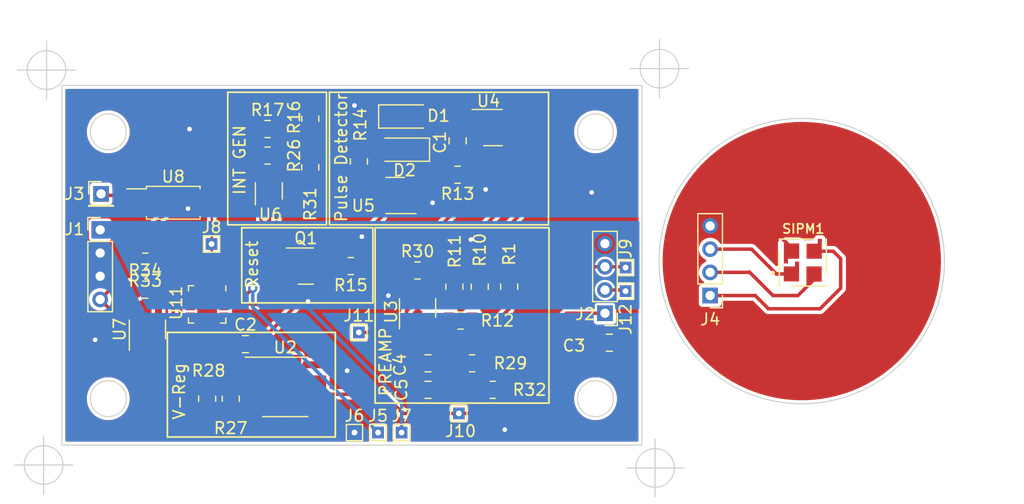
<source format=kicad_pcb>
(kicad_pcb (version 20211014) (generator pcbnew)
  (layers (0 "F.Cu" signal) (31 "B.Cu" signal) (34 "B.Paste" user) (35 "F.Paste" user) (36 "B.SilkS" user "B.Silkscreen") (37 "F.SilkS" user "F.Silkscreen") (38 "B.Mask" user) (39 "F.Mask" user) (44 "Edge.Cuts" user))
  (net 0 "")
  (net 1 "+5V")
  (net 2 "GND")
  (net 3 "Net-(D1-Pad1)")
  (net 4 "Net-(D1-Pad2)")
  (net 5 "Net-(D2-Pad1)")
  (net 6 "Reset")
  (net 7 "Net-(Q1-Pad3)")
  (net 8 "SIPM")
  (net 9 "Net-(R12-Pad2)")
  (net 10 "Net-(C1-Pad2)")
  (net 11 "Signal")
  (net 12 "CLK Rocket")
  (net 13 "INT")
  (net 14 "Net-(C5-Pad1)")
  (net 15 "GND1")
  (net 16 "Net-(R16-Pad2)")
  (net 17 "Net-(R11-Pad2)")
  (net 18 "Net-(R10-Pad2)")
  (net 19 "Net-(R17-Pad1)")
  (net 31 "Net-(R27-Pad1)")
  (net 33 "Net-(J5-Pad1)")
  (net 34 "OutSignal")
  (net 37 "Net-(C3-Pad2)")
  (net 38 "Net-(J4-Pad1)")
  (net 39 "Net-(J8-Pad1)")
  (net 40 "Net-(J11-Pad1)")
  (net 41 "Net-(C4-Pad1)")
  (net 42 "Net-(R33-Pad1)")
  (net 43 "Net-(U11-Pad7)")
  (net 45 "Net-(J4-Pad2)")
  (net 46 "Net-(J4-Pad3)")
  (net 47 "Net-(J2-Pad2)")
  (footprint "Resistor_SMD:R_0805_2012Metric_Pad1.20x1.40mm_HandSolder" (layer "F.Cu") (at 121.412 107.061 -90)
    (fp_text reference "R31" (at 3.175 0 -90) (layer "F.SilkS"))
    (fp_text value "?")
    (pad "1" smd roundrect (at -1 0 270) (size 1.2 1.4) (layers "F.Cu" "F.Paste" "F.Mask") (roundrect_rratio 0.2083333333) (net 16 "Net-(R16-Pad2)"))
    (pad "2" smd roundrect (at 1 0 270) (size 1.2 1.4) (layers "F.Cu" "F.Paste" "F.Mask") (roundrect_rratio 0.2083333333) (net 19 "Net-(R17-Pad1)"))
  )
  (footprint "Connector_PinHeader_2.00mm:PinHeader_1x04_P2.00mm_Vertical" (layer "F.Cu") (at 146.812 119.634 180)
    (fp_text reference "J2" (at 1.702 -0.076) (layer "F.SilkS"))
    (fp_text value "Conn_01x04")
    (pad "1" thru_hole rect (at 0 0 180) (size 1.35 1.35) (drill 0.8) (layers *.Cu *.Mask) (net 41 "Net-(C4-Pad1)"))
    (pad "2" thru_hole oval (at 0 2 180) (size 1.35 1.35) (drill 0.8) (layers *.Cu *.Mask) (net 47 "Net-(J2-Pad2)"))
    (pad "3" thru_hole oval (at 0 4 180) (size 1.35 1.35) (drill 0.8) (layers *.Cu *.Mask) (net 8 "SIPM"))
    (pad "4" thru_hole oval (at 0 6 180) (size 1.35 1.35) (drill 0.8) (layers *.Cu *.Mask) (net 2 "GND"))
  )
  (footprint "Resistor_SMD:R_0805_2012Metric_Pad1.20x1.40mm_HandSolder" (layer "F.Cu") (at 134.366 120.269 180)
    (fp_text reference "R12" (at -3.175 0 180) (layer "F.SilkS"))
    (fp_text value "49.9")
    (pad "1" smd roundrect (at -1 0 180) (size 1.2 1.4) (layers "F.Cu" "F.Paste" "F.Mask") (roundrect_rratio 0.2083333333) (net 8 "SIPM"))
    (pad "2" smd roundrect (at 1 0 180) (size 1.2 1.4) (layers "F.Cu" "F.Paste" "F.Mask") (roundrect_rratio 0.2083333333) (net 9 "Net-(R12-Pad2)"))
  )
  (footprint "Resistor_SMD:R_0805_2012Metric_Pad1.20x1.40mm_HandSolder" (layer "F.Cu") (at 117.729 103.759 180)
    (fp_text reference "R17" (at 0 1.651) (layer "F.SilkS"))
    (fp_text value "107K")
    (pad "1" smd roundrect (at -1 0 180) (size 1.2 1.4) (layers "F.Cu" "F.Paste" "F.Mask") (roundrect_rratio 0.2083333333) (net 19 "Net-(R17-Pad1)"))
    (pad "2" smd roundrect (at 1 0 180) (size 1.2 1.4) (layers "F.Cu" "F.Paste" "F.Mask") (roundrect_rratio 0.2083333333) (net 1 "+5V"))
  )
  (footprint "Capacitor_SMD:C_0805_2012Metric_Pad1.18x1.45mm_HandSolder" (layer "F.Cu") (at 131.5505 123.952 180)
    (fp_text reference "C4" (at 2.413 -0.127 270) (layer "F.SilkS"))
    (fp_text value "10n")
    (pad "1" smd roundrect (at -1.0375 0 180) (size 1.175 1.45) (layers "F.Cu" "F.Paste" "F.Mask") (roundrect_rratio 0.2127659574) (net 41 "Net-(C4-Pad1)"))
    (pad "2" smd roundrect (at 1.0375 0 180) (size 1.175 1.45) (layers "F.Cu" "F.Paste" "F.Mask") (roundrect_rratio 0.2127659574) (net 2 "GND"))
  )
  (footprint "Resistor_SMD:R_0805_2012Metric_Pad1.20x1.40mm_HandSolder" (layer "F.Cu") (at 134.112 107.696)
    (fp_text reference "R13" (at 0 1.651) (layer "F.SilkS"))
    (fp_text value "49.9")
    (pad "1" smd roundrect (at -1 0) (size 1.2 1.4) (layers "F.Cu" "F.Paste" "F.Mask") (roundrect_rratio 0.2083333333) (net 5 "Net-(D2-Pad1)"))
    (pad "2" smd roundrect (at 1 0) (size 1.2 1.4) (layers "F.Cu" "F.Paste" "F.Mask") (roundrect_rratio 0.2083333333) (net 10 "Net-(C1-Pad2)"))
  )
  (footprint "TestPoint:TestPoint_THTPad_1.0x1.0mm_Drill0.5mm" (layer "F.Cu") (at 125.603 121.285)
    (fp_text reference "J11" (at 0 -1.448) (layer "F.SilkS"))
    (fp_text value "Test Pad")
    (pad "1" thru_hole rect (at 0 0) (size 1 1) (drill 0.5) (layers *.Cu *.Mask) (net 40 "Net-(J11-Pad1)"))
  )
  (footprint "Resistor_SMD:R_0805_2012Metric_Pad1.20x1.40mm_HandSolder" (layer "F.Cu") (at 137.1385 126.238)
    (fp_text reference "R32" (at 3.175 0) (layer "F.SilkS"))
    (fp_text value "49.9")
    (pad "1" smd roundrect (at -1 0) (size 1.2 1.4) (layers "F.Cu" "F.Paste" "F.Mask") (roundrect_rratio 0.2083333333) (net 14 "Net-(C5-Pad1)"))
    (pad "2" smd roundrect (at 1 0) (size 1.2 1.4) (layers "F.Cu" "F.Paste" "F.Mask") (roundrect_rratio 0.2083333333) (net 37 "Net-(C3-Pad2)"))
  )
  (footprint "Package_SO:SOP-4_4.4x2.6mm_P1.27mm" (layer "F.Cu") (at 109.601 110.109)
    (fp_text reference "U8" (at 0 -2.25) (layer "F.SilkS"))
    (fp_text value "FODM217A")
    (pad "1" smd roundrect (at -3.1875 -0.635) (size 1.625 0.6) (layers "F.Cu" "F.Paste" "F.Mask") (net 12 "CLK Rocket"))
    (pad "2" smd roundrect (at -3.1875 0.635) (size 1.625 0.6) (layers "F.Cu" "F.Paste" "F.Mask") (net 2 "GND"))
    (pad "3" smd roundrect (at 3.1875 0.635) (size 1.625 0.6) (layers "F.Cu" "F.Paste" "F.Mask") (net 39 "Net-(J8-Pad1)"))
    (pad "4" smd roundrect (at 3.1875 -0.635) (size 1.625 0.6) (layers "F.Cu" "F.Paste" "F.Mask") (net 1 "+5V"))
  )
  (footprint "Connector_PinHeader_2.00mm:PinHeader_1x04_P2.00mm_Vertical" (layer "F.Cu") (at 155.88 118.11 180)
    (fp_text reference "J4" (at 0 -2.06) (layer "F.SilkS"))
    (fp_text value "Conn_01x04")
    (pad "1" thru_hole rect (at 0 0 180) (size 1.35 1.35) (drill 0.8) (layers *.Cu *.Mask) (net 38 "Net-(J4-Pad1)"))
    (pad "2" thru_hole oval (at 0 2 180) (size 1.35 1.35) (drill 0.8) (layers *.Cu *.Mask) (net 45 "Net-(J4-Pad2)"))
    (pad "3" thru_hole oval (at 0 4 180) (size 1.35 1.35) (drill 0.8) (layers *.Cu *.Mask) (net 46 "Net-(J4-Pad3)"))
    (pad "4" thru_hole oval (at 0 6 180) (size 1.35 1.35) (drill 0.8) (layers *.Cu *.Mask) (net 15 "GND1"))
  )
  (footprint "Resistor_SMD:R_0805_2012Metric_Pad1.20x1.40mm_HandSolder" (layer "F.Cu") (at 130.6595 115.951)
    (fp_text reference "R30" (at 0 -1.65) (layer "F.SilkS"))
    (fp_text value "?")
    (pad "1" smd roundrect (at -1 0) (size 1.2 1.4) (layers "F.Cu" "F.Paste" "F.Mask") (roundrect_rratio 0.2083333333) (net 40 "Net-(J11-Pad1)"))
    (pad "2" smd roundrect (at 1 0) (size 1.2 1.4) (layers "F.Cu" "F.Paste" "F.Mask") (roundrect_rratio 0.2083333333) (net 17 "Net-(R11-Pad2)"))
  )
  (footprint "Resistor_SMD:R_0805_2012Metric_Pad1.20x1.40mm_HandSolder" (layer "F.Cu") (at 107.188 115.189 180)
    (fp_text reference "R33" (at 0 -1.65) (layer "F.SilkS"))
    (fp_text value "1000")
    (pad "1" smd roundrect (at -1 0 180) (size 1.2 1.4) (layers "F.Cu" "F.Paste" "F.Mask") (roundrect_rratio 0.2083333333) (net 42 "Net-(R33-Pad1)"))
    (pad "2" smd roundrect (at 1 0 180) (size 1.2 1.4) (layers "F.Cu" "F.Paste" "F.Mask") (roundrect_rratio 0.2083333333) (net 2 "GND"))
  )
  (footprint "Capacitor_SMD:C_0805_2012Metric_Pad1.18x1.45mm_HandSolder" (layer "F.Cu") (at 147.193 122.174 180)
    (fp_text reference "C3" (at 3.048 -0.254 180) (layer "F.SilkS"))
    (fp_text value "C")
    (pad "1" smd roundrect (at -1.0375 0 180) (size 1.175 1.45) (layers "F.Cu" "F.Paste" "F.Mask") (roundrect_rratio 0.2127659574) (net 2 "GND"))
    (pad "2" smd roundrect (at 1.0375 0 180) (size 1.175 1.45) (layers "F.Cu" "F.Paste" "F.Mask") (roundrect_rratio 0.2127659574) (net 37 "Net-(C3-Pad2)"))
  )
  (footprint "Diode_SMD:D_SOD-123F" (layer "F.Cu") (at 129.493249 105.536624 180)
    (fp_text reference "D2" (at -0.046751 -1.778376) (layer "F.SilkS"))
    (fp_text value "PMEG6010CEH")
    (pad "1" smd rect (at -1.4 0 180) (size 1.1 1.1) (layers "F.Cu" "F.Paste" "F.Mask") (net 5 "Net-(D2-Pad1)"))
    (pad "2" smd rect (at 1.4 0 180) (size 1.1 1.1) (layers "F.Cu" "F.Paste" "F.Mask") (net 3 "Net-(D1-Pad1)"))
  )
  (footprint "Package_TO_SOT_SMD:SOT-23" (layer "F.Cu") (at 121.031 115.57)
    (fp_text reference "Q1" (at 0 -2.4) (layer "F.SilkS"))
    (fp_text value "2N7002")
    (pad "1" smd roundrect (at -0.9375 -0.95) (size 1.475 0.6) (layers "F.Cu" "F.Paste" "F.Mask") (net 6 "Reset"))
    (pad "2" smd roundrect (at -0.9375 0.95) (size 1.475 0.6) (layers "F.Cu" "F.Paste" "F.Mask") (net 2 "GND"))
    (pad "3" smd roundrect (at 0.9375 0) (size 1.475 0.6) (layers "F.Cu" "F.Paste" "F.Mask") (net 7 "Net-(Q1-Pad3)"))
  )
  (footprint "Resistor_SMD:R_0805_2012Metric_Pad1.20x1.40mm_HandSolder" (layer "F.Cu") (at 117.729 106.045 180)
    (fp_text reference "R26" (at -2.286 0 270) (layer "F.SilkS"))
    (fp_text value "107K")
    (pad "1" smd roundrect (at -1 0 180) (size 1.2 1.4) (layers "F.Cu" "F.Paste" "F.Mask") (roundrect_rratio 0.2083333333) (net 19 "Net-(R17-Pad1)"))
    (pad "2" smd roundrect (at 1 0 180) (size 1.2 1.4) (layers "F.Cu" "F.Paste" "F.Mask") (roundrect_rratio 0.2083333333) (net 1 "+5V"))
  )
  (footprint "Package_TO_SOT_SMD:SOT-353_SC-70-5" (layer "F.Cu") (at 117.841 109.093 90)
    (fp_text reference "U6" (at -2.032 0.142 180) (layer "F.SilkS"))
    (fp_text value "LMV7219M7")
    (pad "1" smd rect (at -0.95 -0.65 90) (size 0.65 0.4) (layers "F.Cu" "F.Paste" "F.Mask") (net 13 "INT"))
    (pad "2" smd rect (at -0.95 0 90) (size 0.65 0.4) (layers "F.Cu" "F.Paste" "F.Mask") (net 2 "GND"))
    (pad "3" smd rect (at -0.95 0.65 90) (size 0.65 0.4) (layers "F.Cu" "F.Paste" "F.Mask") (net 11 "Signal"))
    (pad "4" smd rect (at 0.95 0.65 90) (size 0.65 0.4) (layers "F.Cu" "F.Paste" "F.Mask") (net 19 "Net-(R17-Pad1)"))
    (pad "5" smd rect (at 0.95 -0.65 90) (size 0.65 0.4) (layers "F.Cu" "F.Paste" "F.Mask") (net 1 "+5V"))
  )
  (footprint "Package_DFN_QFN:VQFN-20-1EP_3x3mm_P0.4mm_EP1.7x1.7mm" (layer "F.Cu") (at 112.522 118.872 -90)
    (fp_text reference "U11" (at -0.127 2.667 90) (layer "F.SilkS"))
    (fp_text value "ATtiny1616-M")
    (pad "1" smd custom (at -1.45 -0.8 270) (size 0.143431 0.143431) (layers "F.Cu" "F.Paste" "F.Mask") (net 13 "INT") (options (clearance outline) (anchor circle)) (primitives (gr_poly (pts (xy 0.35 0.000711) (xy 0.35 0.05) (xy -0.35 0.05) (xy -0.35 -0.05) (xy 0.299289 -0.05)) (width 0.1) (fill yes))))
    (pad "2" smd roundrect (at -1.45 -0.4 270) (size 0.8 0.2) (layers "F.Cu" "F.Paste" "F.Mask") (net 39 "Net-(J8-Pad1)"))
    (pad "3" smd roundrect (at -1.45 0 270) (size 0.8 0.2) (layers "F.Cu" "F.Paste" "F.Mask") (net 2 "GND"))
    (pad "4" smd roundrect (at -1.45 0.4 270) (size 0.8 0.2) (layers "F.Cu" "F.Paste" "F.Mask") (net 1 "+5V"))
    (pad "5" smd custom (at -1.45 0.8 270) (size 0.143431 0.143431) (layers "F.Cu" "F.Paste" "F.Mask") (options (clearance outline) (anchor circle)) (primitives (gr_poly (pts (xy 0.35 -0.000711) (xy 0.299289 0.05) (xy -0.35 0.05) (xy -0.35 -0.05) (xy 0.35 -0.05)) (width 0.1) (fill yes))))
    (pad "6" smd custom (at -0.8 1.45 270) (size 0.143431 0.143431) (layers "F.Cu" "F.Paste" "F.Mask") (options (clearance outline) (anchor circle)) (primitives (gr_poly (pts (xy 0.05 0.35) (xy -0.05 0.35) (xy -0.05 -0.299289) (xy 0.000711 -0.35) (xy 0.05 -0.35)) (width 0.1) (fill yes))))
    (pad "7" smd roundrect (at -0.4 1.45 270) (size 0.2 0.8) (layers "F.Cu" "F.Paste" "F.Mask") (net 43 "Net-(U11-Pad7)"))
    (pad "8" smd roundrect (at 0 1.45 270) (size 0.2 0.8) (layers "F.Cu" "F.Paste" "F.Mask"))
    (pad "9" smd roundrect (at 0.4 1.45 270) (size 0.2 0.8) (layers "F.Cu" "F.Paste" "F.Mask"))
    (pad "10" smd custom (at 0.8 1.45 270) (size 0.143431 0.143431) (layers "F.Cu" "F.Paste" "F.Mask") (options (clearance outline) (anchor circle)) (primitives (gr_poly (pts (xy 0.05 -0.299289) (xy 0.05 0.35) (xy -0.05 0.35) (xy -0.05 -0.35) (xy -0.000711 -0.35)) (width 0.1) (fill yes))))
    (pad "11" smd custom (at 1.45 0.8 270) (size 0.143431 0.143431) (layers "F.Cu" "F.Paste" "F.Mask") (options (clearance outline) (anchor circle)) (primitives (gr_poly (pts (xy 0.35 0.05) (xy -0.299289 0.05) (xy -0.35 -0.000711) (xy -0.35 -0.05) (xy 0.35 -0.05)) (width 0.1) (fill yes))))
    (pad "12" smd roundrect (at 1.45 0.4 270) (size 0.8 0.2) (layers "F.Cu" "F.Paste" "F.Mask"))
    (pad "13" smd roundrect (at 1.45 0 270) (size 0.8 0.2) (layers "F.Cu" "F.Paste" "F.Mask"))
    (pad "14" smd roundrect (at 1.45 -0.4 270) (size 0.8 0.2) (layers "F.Cu" "F.Paste" "F.Mask"))
    (pad "15" smd custom (at 1.45 -0.8 270) (size 0.143431 0.143431) (layers "F.Cu" "F.Paste" "F.Mask") (options (clearance outline) (anchor circle)) (primitives (gr_poly (pts (xy 0.35 0.05) (xy -0.35 0.05) (xy -0.35 0.000711) (xy -0.299289 -0.05) (xy 0.35 -0.05)) (width 0.1) (fill yes))))
    (pad "16" smd custom (at 0.8 -1.45 270) (size 0.143431 0.143431) (layers "F.Cu" "F.Paste" "F.Mask") (options (clearance outline) (anchor circle)) (primitives (gr_poly (pts (xy 0.05 0.299289) (xy -0.000711 0.35) (xy -0.05 0.35) (xy -0.05 -0.35) (xy 0.05 -0.35)) (width 0.1) (fill yes))))
    (pad "17" smd roundrect (at 0.4 -1.45 270) (size 0.2 0.8) (layers "F.Cu" "F.Paste" "F.Mask"))
    (pad "18" smd roundrect (at 0 -1.45 270) (size 0.2 0.8) (layers "F.Cu" "F.Paste" "F.Mask") (net 6 "Reset"))
    (pad "19" smd roundrect (at -0.4 -1.45 270) (size 0.2 0.8) (layers "F.Cu" "F.Paste" "F.Mask") (net 33 "Net-(J5-Pad1)"))
    (pad "20" smd custom (at -0.8 -1.45 270) (size 0.143431 0.143431) (layers "F.Cu" "F.Paste" "F.Mask") (net 11 "Signal") (options (clearance outline) (anchor circle)) (primitives (gr_poly (pts (xy 0.05 0.35) (xy 0.000711 0.35) (xy -0.05 0.299289) (xy -0.05 -0.35) (xy 0.05 -0.35)) (width 0.1) (fill yes))))
    (pad "21" smd rect (at 0 0 270) (size 1.7 1.7) (layers "F.Cu" "F.Mask") (net 2 "GND"))
  )
  (footprint "TestPoint:TestPoint_THTPad_1.0x1.0mm_Drill0.5mm" (layer "F.Cu") (at 112.903 113.665)
    (fp_text reference "J8" (at 0 -1.448) (layer "F.SilkS"))
    (fp_text value "Test Pad")
    (pad "1" thru_hole rect (at 0 0) (size 1 1) (drill 0.5) (layers *.Cu *.Mask) (net 39 "Net-(J8-Pad1)"))
  )
  (footprint "TestPoint:TestPoint_THTPad_1.0x1.0mm_Drill0.5mm" (layer "F.Cu") (at 134.2175 128.27)
    (fp_text reference "J10" (at 0.1485 1.524) (layer "F.SilkS"))
    (fp_text value "Test Pad")
    (pad "1" thru_hole rect (at 0 0) (size 1 1) (drill 0.5) (layers *.Cu *.Mask) (net 37 "Net-(C3-Pad2)"))
  )
  (footprint "Package_TO_SOT_SMD:SOT-23-5" (layer "F.Cu") (at 107.376 121.031 90)
    (fp_text reference "U7" (at 0 -2.4 90) (layer "F.SilkS"))
    (fp_text value "OPA356xxDBV")
    (pad "1" smd roundrect (at -1.1375 -0.95 90) (size 1.325 0.6) (layers "F.Cu" "F.Paste" "F.Mask") (net 34 "OutSignal"))
    (pad "2" smd roundrect (at -1.1375 0 90) (size 1.325 0.6) (layers "F.Cu" "F.Paste" "F.Mask") (net 2 "GND"))
    (pad "3" smd roundrect (at -1.1375 0.95 90) (size 1.325 0.6) (layers "F.Cu" "F.Paste" "F.Mask") (net 43 "Net-(U11-Pad7)"))
    (pad "4" smd roundrect (at 1.1375 0.95 90) (size 1.325 0.6) (layers "F.Cu" "F.Paste" "F.Mask") (net 42 "Net-(R33-Pad1)"))
    (pad "5" smd roundrect (at 1.1375 -0.95 90) (size 1.325 0.6) (layers "F.Cu" "F.Paste" "F.Mask"))
  )
  (footprint "Package_TO_SOT_SMD:SOT-23-6" (layer "F.Cu") (at 128.731249 109.487375 180)
    (fp_text reference "U5" (at 2.747249 -0.875625) (layer "F.SilkS"))
    (fp_text value "OPA357AIDVBR")
    (pad "1" smd roundrect (at -1.1375 -0.95 180) (size 1.325 0.6) (layers "F.Cu" "F.Paste" "F.Mask") (net 11 "Signal"))
    (pad "2" smd roundrect (at -1.1375 0 180) (size 1.325 0.6) (layers "F.Cu" "F.Paste" "F.Mask") (net 2 "GND"))
    (pad "3" smd roundrect (at -1.1375 0.95 180) (size 1.325 0.6) (layers "F.Cu" "F.Paste" "F.Mask") (net 10 "Net-(C1-Pad2)"))
    (pad "4" smd roundrect (at 1.1375 0.95 180) (size 1.325 0.6) (layers "F.Cu" "F.Paste" "F.Mask") (net 11 "Signal"))
    (pad "5" smd roundrect (at 1.1375 0 180) (size 1.325 0.6) (layers "F.Cu" "F.Paste" "F.Mask") (net 1 "+5V"))
    (pad "6" smd roundrect (at 1.1375 -0.95 180) (size 1.325 0.6) (layers "F.Cu" "F.Paste" "F.Mask") (net 1 "+5V"))
  )
  (footprint "Resistor_SMD:R_0805_2012Metric_Pad1.20x1.40mm_HandSolder" (layer "F.Cu") (at 133.8345 117.348 90)
    (fp_text reference "R11" (at 3.048 0.0235 270) (layer "F.SilkS"))
    (fp_text value "10")
    (pad "1" smd roundrect (at -1 0 90) (size 1.2 1.4) (layers "F.Cu" "F.Paste" "F.Mask") (roundrect_rratio 0.2083333333) (net 18 "Net-(R10-Pad2)"))
    (pad "2" smd roundrect (at 1 0 90) (size 1.2 1.4) (layers "F.Cu" "F.Paste" "F.Mask") (roundrect_rratio 0.2083333333) (net 17 "Net-(R11-Pad2)"))
  )
  (footprint "Resistor_SMD:R_0805_2012Metric_Pad1.20x1.40mm_HandSolder" (layer "F.Cu") (at 135.3605 123.952)
    (fp_text reference "R29" (at 3.302 0) (layer "F.SilkS"))
    (fp_text value "49.9")
    (pad "1" smd roundrect (at -1 0) (size 1.2 1.4) (layers "F.Cu" "F.Paste" "F.Mask") (roundrect_rratio 0.2083333333) (net 41 "Net-(C4-Pad1)"))
    (pad "2" smd roundrect (at 1 0) (size 1.2 1.4) (layers "F.Cu" "F.Paste" "F.Mask") (roundrect_rratio 0.2083333333) (net 14 "Net-(C5-Pad1)"))
  )
  (footprint "Resistor_SMD:R_0805_2012Metric_Pad1.20x1.40mm_HandSolder" (layer "F.Cu") (at 124.9045 115.57 180)
    (fp_text reference "R15" (at 0 -1.65 180) (layer "F.SilkS"))
    (fp_text value "1000")
    (pad "1" smd roundrect (at -1 0 180) (size 1.2 1.4) (layers "F.Cu" "F.Paste" "F.Mask") (roundrect_rratio 0.2083333333) (net 10 "Net-(C1-Pad2)"))
    (pad "2" smd roundrect (at 1 0 180) (size 1.2 1.4) (layers "F.Cu" "F.Paste" "F.Mask") (roundrect_rratio 0.2083333333) (net 7 "Net-(Q1-Pad3)"))
  )
  (footprint "Resistor_SMD:R_0805_2012Metric_Pad1.20x1.40mm_HandSolder" (layer "F.Cu") (at 125.603 106.553 -90)
    (fp_text reference "R14" (at -3.175 -0.127 90) (layer "F.SilkS"))
    (fp_text value "1000")
    (pad "1" smd roundrect (at -1 0 270) (size 1.2 1.4) (layers "F.Cu" "F.Paste" "F.Mask") (roundrect_rratio 0.2083333333) (net 3 "Net-(D1-Pad1)"))
    (pad "2" smd roundrect (at 1 0 270) (size 1.2 1.4) (layers "F.Cu" "F.Paste" "F.Mask") (roundrect_rratio 0.2083333333) (net 11 "Signal"))
  )
  (footprint "Resistor_SMD:R_0805_2012Metric_Pad1.20x1.40mm_HandSolder" (layer "F.Cu") (at 107.188 117.602)
    (fp_text reference "R34" (at 0 -1.65) (layer "F.SilkS"))
    (fp_text value "1000")
    (pad "1" smd roundrect (at -1 0) (size 1.2 1.4) (layers "F.Cu" "F.Paste" "F.Mask") (roundrect_rratio 0.2083333333) (net 34 "OutSignal"))
    (pad "2" smd roundrect (at 1 0) (size 1.2 1.4) (layers "F.Cu" "F.Paste" "F.Mask") (roundrect_rratio 0.2083333333) (net 42 "Net-(R33-Pad1)"))
  )
  (footprint "Capacitor_SMD:C_0805_2012Metric_Pad1.18x1.45mm_HandSolder" (layer "F.Cu") (at 131.5505 126.238 180)
    (fp_text reference "C5" (at 2.286 0 270) (layer "F.SilkS"))
    (fp_text value "10n")
    (pad "1" smd roundrect (at -1.0375 0 180) (size 1.175 1.45) (layers "F.Cu" "F.Paste" "F.Mask") (roundrect_rratio 0.2127659574) (net 14 "Net-(C5-Pad1)"))
    (pad "2" smd roundrect (at 1.0375 0 180) (size 1.175 1.45) (layers "F.Cu" "F.Paste" "F.Mask") (roundrect_rratio 0.2127659574) (net 2 "GND"))
  )
  (footprint "Diode_SMD:D_SOD-123F" (layer "F.Cu") (at 129.503749 102.676624)
    (fp_text reference "D1" (at 2.957251 -0.060624) (layer "F.SilkS"))
    (fp_text value "PMEG6010CEH")
    (pad "1" smd rect (at -1.4 0) (size 1.1 1.1) (layers "F.Cu" "F.Paste" "F.Mask") (net 3 "Net-(D1-Pad1)"))
    (pad "2" smd rect (at 1.4 0) (size 1.1 1.1) (layers "F.Cu" "F.Paste" "F.Mask") (net 4 "Net-(D1-Pad2)"))
  )
  (footprint "Connector_PinHeader_2.00mm:PinHeader_1x01_P2.00mm_Vertical" (layer "F.Cu") (at 103.378 109.347)
    (fp_text reference "J3" (at -2.286 0) (layer "F.SilkS"))
    (fp_text value "Conn_01x01")
    (pad "1" thru_hole rect (at 0 0) (size 1.35 1.35) (drill 0.8) (layers *.Cu *.Mask) (net 12 "CLK Rocket"))
  )
  (footprint "TestPoint:TestPoint_THTPad_1.0x1.0mm_Drill0.5mm" (layer "F.Cu") (at 127.254 129.921)
    (fp_text reference "J5" (at 0 -1.448) (layer "F.SilkS"))
    (fp_text value "Test Pad")
    (pad "1" thru_hole rect (at 0 0) (size 1 1) (drill 0.5) (layers *.Cu *.Mask) (net 33 "Net-(J5-Pad1)"))
  )
  (footprint "Resistor_SMD:R_0805_2012Metric_Pad1.20x1.40mm_HandSolder" (layer "F.Cu") (at 114.554 127 90)
    (fp_text reference "R27" (at -2.54 0 180) (layer "F.SilkS"))
    (fp_text value "?")
    (pad "1" smd roundrect (at -1 0 90) (size 1.2 1.4) (layers "F.Cu" "F.Paste" "F.Mask") (roundrect_rratio 0.2083333333) (net 31 "Net-(R27-Pad1)"))
    (pad "2" smd roundrect (at 1 0 90) (size 1.2 1.4) (layers "F.Cu" "F.Paste" "F.Mask") (roundrect_rratio 0.2083333333) (net 37 "Net-(C3-Pad2)"))
  )
  (footprint "Capacitor_SMD:C_0805_2012Metric_Pad1.18x1.45mm_HandSolder" (layer "F.Cu") (at 134.112 104.775 -90)
    (fp_text reference "C1" (at 0.127 1.524 90) (layer "F.SilkS"))
    (fp_text value "C")
    (pad "1" smd roundrect (at -1.0375 0 270) (size 1.175 1.45) (layers "F.Cu" "F.Paste" "F.Mask") (roundrect_rratio 0.2127659574) (net 2 "GND"))
    (pad "2" smd roundrect (at 1.0375 0 270) (size 1.175 1.45) (layers "F.Cu" "F.Paste" "F.Mask") (roundrect_rratio 0.2127659574) (net 10 "Net-(C1-Pad2)"))
  )
  (footprint "Connector_PinHeader_2.00mm:PinHeader_1x04_P2.00mm_Vertical" (layer "F.Cu") (at 103.302 112.446)
    (fp_text reference "J1" (at -2.21 -0.051) (layer "F.SilkS"))
    (fp_text value "Conn_01x04")
    (pad "1" thru_hole rect (at 0 0) (size 1.35 1.35) (drill 0.8) (layers *.Cu *.Mask) (net 1 "+5V"))
    (pad "2" thru_hole oval (at 0 2) (size 1.35 1.35) (drill 0.8) (layers *.Cu *.Mask) (net 2 "GND"))
    (pad "3" thru_hole oval (at 0 4) (size 1.35 1.35) (drill 0.8) (layers *.Cu *.Mask) (net 2 "GND"))
    (pad "4" thru_hole oval (at 0 6) (size 1.35 1.35) (drill 0.8) (layers *.Cu *.Mask) (net 34 "OutSignal"))
  )
  (footprint "MICROFC-30035-SMT-TR1:XDCR_MICROFC-30035-SMT-TR1" (layer "F.Cu") (at 163.866 115.268187)
    (fp_text reference "SIPM1" (at 0.04 -2.908) (layer "F.SilkS") (effects (font (size 0.8 0.8))))
    (fp_text value "MICROFC-30035-SMT-TR1")
    (pad "1" smd custom locked (at -0.98 0.98 180) (size 1.32 1.3) (layers "F.Cu") (net 46 "Net-(J4-Pad3)") (options (clearance outline) (anchor rect)) (primitives (gr_poly (pts (xy -0.66 -0.65) (xy 0.66 -0.65) (xy 0.66 0.65) (xy -0.31 0.65) (xy -0.31 1.07) (xy -0.66 1.07)) (width 0.0001) (fill yes))))
    (pad "2" smd custom locked (at 0.97 0.99 270) (size 1.32 1.3) (layers "F.Cu") (net 45 "Net-(J4-Pad2)") (options (clearance outline) (anchor rect)) (primitives (gr_poly (pts (xy -0.65 -0.66) (xy 0.65 -0.66) (xy 0.65 0.31) (xy 1.07 0.31) (xy 1.07 0.66) (xy -0.65 0.66)) (width 0.0001) (fill yes))))
    (pad "3" smd custom locked (at 0.98 -0.98) (size 1.32 1.3) (layers "F.Cu") (net 38 "Net-(J4-Pad1)") (options (clearance outline) (anchor rect)) (primitives (gr_poly (pts (xy 0.31 -1.07) (xy 0.66 -1.07) (xy 0.66 0.65) (xy -0.66 0.65) (xy -0.66 -0.65) (xy 0.31 -0.65)) (width 0.0001) (fill yes))))
    (pad "4" smd custom locked (at -0.97 -0.99 90) (size 1.32 1.3) (layers "F.Cu") (net 15 "GND1") (options (clearance outline) (anchor rect)) (primitives (gr_poly (pts (xy -1.07 -0.66) (xy 0.65 -0.66) (xy 0.65 0.66) (xy -0.65 0.66) (xy -0.65 -0.31) (xy -1.07 -0.31)) (width 0.0001) (fill yes))))
  )
  (footprint "TestPoint:TestPoint_THTPad_1.0x1.0mm_Drill0.5mm" (layer "F.Cu") (at 125.222 129.921)
    (fp_text reference "J6" (at 0 -1.448) (layer "F.SilkS"))
    (fp_text value "Test Pad")
    (pad "1" thru_hole rect (at 0 0) (size 1 1) (drill 0.5) (layers *.Cu *.Mask) (net 2 "GND"))
  )
  (footprint "Package_TO_SOT_SMD:SOT-23-5" (layer "F.Cu") (at 130.66025 119.177 90)
    (fp_text reference "U3" (at -0.33 -2.28675 90) (layer "F.SilkS"))
    (fp_text value "OPA356xxDBV")
    (pad "1" smd roundrect (at -1.1375 -0.95 90) (size 1.325 0.6) (layers "F.Cu" "F.Paste" "F.Mask") (net 40 "Net-(J11-Pad1)"))
    (pad "2" smd roundrect (at -1.1375 0 90) (size 1.325 0.6) (layers "F.Cu" "F.Paste" "F.Mask") (net 2 "GND"))
    (pad "3" smd roundrect (at -1.1375 0.95 90) (size 1.325 0.6) (layers "F.Cu" "F.Paste" "F.Mask") (net 9 "Net-(R12-Pad2)"))
    (pad "4" smd roundrect (at 1.1375 0.95 90) (size 1.325 0.6) (layers "F.Cu" "F.Paste" "F.Mask") (net 17 "Net-(R11-Pad2)"))
    (pad "5" smd roundrect (at 1.1375 -0.95 90) (size 1.325 0.6) (layers "F.Cu" "F.Paste" "F.Mask") (net 1 "+5V"))
  )
  (footprint "TestPoint:TestPoint_THTPad_1.0x1.0mm_Drill0.5mm" (layer "F.Cu") (at 148.59 115.697)
    (fp_text reference "J9" (at 0 -1.651 90) (layer "F.SilkS"))
    (fp_text value "Test Pad")
    (pad "1" thru_hole rect (at 0 0) (size 1 1) (drill 0.5) (layers *.Cu *.Mask) (net 8 "SIPM"))
  )
  (footprint "Package_TO_SOT_SMD:SOT-23-6" (layer "F.Cu") (at 137.16 103.632)
    (fp_text reference "U4" (at -0.381 -2.286) (layer "F.SilkS"))
    (fp_text value "OPA357AIDVBR")
    (pad "1" smd roundrect (at -1.1375 -0.95) (size 1.325 0.6) (layers "F.Cu" "F.Paste" "F.Mask") (net 4 "Net-(D1-Pad2)"))
    (pad "2" smd roundrect (at -1.1375 0) (size 1.325 0.6) (layers "F.Cu" "F.Paste" "F.Mask") (net 2 "GND"))
    (pad "3" smd roundrect (at -1.1375 0.95) (size 1.325 0.6) (layers "F.Cu" "F.Paste" "F.Mask") (net 40 "Net-(J11-Pad1)"))
    (pad "4" smd roundrect (at 1.1375 0.95) (size 1.325 0.6) (layers "F.Cu" "F.Paste" "F.Mask") (net 10 "Net-(C1-Pad2)"))
    (pad "5" smd roundrect (at 1.1375 0) (size 1.325 0.6) (layers "F.Cu" "F.Paste" "F.Mask") (net 1 "+5V"))
    (pad "6" smd roundrect (at 1.1375 -0.95) (size 1.325 0.6) (layers "F.Cu" "F.Paste" "F.Mask") (net 1 "+5V"))
  )
  (footprint "TestPoint:TestPoint_THTPad_1.0x1.0mm_Drill0.5mm" (layer "F.Cu") (at 129.286 129.921)
    (fp_text reference "J7" (at 0 -1.448) (layer "F.SilkS"))
    (fp_text value "Test Pad")
    (pad "1" thru_hole rect (at 0 0) (size 1 1) (drill 0.5) (layers *.Cu *.Mask) (net 1 "+5V"))
  )
  (footprint "Resistor_SMD:R_0805_2012Metric_Pad1.20x1.40mm_HandSolder" (layer "F.Cu") (at 138.557 117.348 90)
    (fp_text reference "R1" (at 2.794 0 90) (layer "F.SilkS"))
    (fp_text value "49.9")
    (pad "1" smd roundrect (at -1 0 90) (size 1.2 1.4) (layers "F.Cu" "F.Paste" "F.Mask") (roundrect_rratio 0.2083333333) (net 8 "SIPM"))
    (pad "2" smd roundrect (at 1 0 90) (size 1.2 1.4) (layers "F.Cu" "F.Paste" "F.Mask") (roundrect_rratio 0.2083333333) (net 2 "GND"))
  )
  (footprint "Package_SO:SOIC-8_3.9x4.9mm_P1.27mm" (layer "F.Cu") (at 119.253 125.984)
    (fp_text reference "U2" (at 0 -3.4) (layer "F.SilkS"))
    (fp_text value "LM317L_SO8")
    (pad "1" smd roundrect (at -2.475 -1.905) (size 1.95 0.6) (layers "F.Cu" "F.Paste" "F.Mask") (net 1 "+5V"))
    (pad "2" smd roundrect (at -2.475 -0.635) (size 1.95 0.6) (layers "F.Cu" "F.Paste" "F.Mask") (net 37 "Net-(C3-Pad2)"))
    (pad "3" smd roundrect (at -2.475 0.635) (size 1.95 0.6) (layers "F.Cu" "F.Paste" "F.Mask") (net 37 "Net-(C3-Pad2)"))
    (pad "4" smd roundrect (at -2.475 1.905) (size 1.95 0.6) (layers "F.Cu" "F.Paste" "F.Mask") (net 31 "Net-(R27-Pad1)"))
    (pad "5" smd roundrect (at 2.475 1.905) (size 1.95 0.6) (layers "F.Cu" "F.Paste" "F.Mask"))
    (pad "6" smd roundrect (at 2.475 0.635) (size 1.95 0.6) (layers "F.Cu" "F.Paste" "F.Mask") (net 37 "Net-(C3-Pad2)"))
    (pad "7" smd roundrect (at 2.475 -0.635) (size 1.95 0.6) (layers "F.Cu" "F.Paste" "F.Mask") (net 37 "Net-(C3-Pad2)"))
    (pad "8" smd roundrect (at 2.475 -1.905) (size 1.95 0.6) (layers "F.Cu" "F.Paste" "F.Mask"))
  )
  (footprint "TestPoint:TestPoint_THTPad_1.0x1.0mm_Drill0.5mm" (layer "F.Cu") (at 148.59 117.729)
    (fp_text reference "J12" (at 0 2.413 90) (layer "F.SilkS"))
    (fp_text value "Test Pad")
    (pad "1" thru_hole rect (at 0 0) (size 1 1) (drill 0.5) (layers *.Cu *.Mask) (net 47 "Net-(J2-Pad2)"))
  )
  (footprint "Resistor_SMD:R_0805_2012Metric_Pad1.20x1.40mm_HandSolder" (layer "F.Cu") (at 136.017 117.348 -90)
    (fp_text reference "R10" (at -3.175 0 -90) (layer "F.SilkS"))
    (fp_text value "10")
    (pad "1" smd roundrect (at -1 0 270) (size 1.2 1.4) (layers "F.Cu" "F.Paste" "F.Mask") (roundrect_rratio 0.2083333333) (net 2 "GND"))
    (pad "2" smd roundrect (at 1 0 270) (size 1.2 1.4) (layers "F.Cu" "F.Paste" "F.Mask") (roundrect_rratio 0.2083333333) (net 18 "Net-(R10-Pad2)"))
  )
  (footprint "Capacitor_SMD:C_0805_2012Metric_Pad1.18x1.45mm_HandSolder" (layer "F.Cu") (at 115.824 122.301)
    (fp_text reference "C2" (at 0 -1.68) (layer "F.SilkS"))
    (fp_text value "C")
    (pad "1" smd roundrect (at -1.0375 0) (size 1.175 1.45) (layers "F.Cu" "F.Paste" "F.Mask") (roundrect_rratio 0.2127659574) (net 2 "GND"))
    (pad "2" smd roundrect (at 1.0375 0) (size 1.175 1.45) (layers "F.Cu" "F.Paste" "F.Mask") (roundrect_rratio 0.2127659574) (net 1 "+5V"))
  )
  (footprint "Resistor_SMD:R_0805_2012Metric_Pad1.20x1.40mm_HandSolder" (layer "F.Cu") (at 121.412 102.87 -90)
    (fp_text reference "R16" (at -0.127 1.397 -90) (layer "F.SilkS"))
    (fp_text value "1000")
    (pad "1" smd roundrect (at -1 0 270) (size 1.2 1.4) (layers "F.Cu" "F.Paste" "F.Mask") (roundrect_rratio 0.2083333333) (net 2 "GND"))
    (pad "2" smd roundrect (at 1 0 270) (size 1.2 1.4) (layers "F.Cu" "F.Paste" "F.Mask") (roundrect_rratio 0.2083333333) (net 16 "Net-(R16-Pad2)"))
  )
  (footprint "Resistor_SMD:R_0805_2012Metric_Pad1.20x1.40mm_HandSolder" (layer "F.Cu") (at 112.522 127 -90)
    (fp_text reference "R28" (at -2.413 -0.127) (layer "F.SilkS"))
    (fp_text value "?")
    (pad "1" smd roundrect (at -1 0 270) (size 1.2 1.4) (layers "F.Cu" "F.Paste" "F.Mask") (roundrect_rratio 0.2083333333) (net 2 "GND"))
    (pad "2" smd roundrect (at 1 0 270) (size 1.2 1.4) (layers "F.Cu" "F.Paste" "F.Mask") (roundrect_rratio 0.2083333333) (net 31 "Net-(R27-Pad1)"))
  )
  (gr_poly (pts (xy 120.523 125.095) (xy 122.682 125.095) (xy 122.682 126.873) (xy 120.523 126.873) (xy 120.523 128.651) (xy 117.983 128.651) (xy 117.983 126.873) (xy 115.824 126.873) (xy 115.824 125.095) (xy 117.983 125.095) (xy 117.983 123.317) (xy 120.523 123.317)) (layer "F.Cu") (width 0.2) (fill solid))
  (gr_rect (start 123.063 100.584) (end 141.948 112.014) (layer "F.SilkS") (width 0.15) (fill none))
  (gr_rect (start 115.5065 112.268) (end 126.8095 118.745) (layer "F.SilkS") (width 0.15) (fill none))
  (gr_rect (start 109.093 121.285) (end 123.571 130.302) (layer "F.SilkS") (width 0.15) (fill none))
  (gr_rect (start 122.809 112.014) (end 114.3 100.584) (layer "F.SilkS") (width 0.15) (fill none))
  (gr_rect (start 127 112.268) (end 141.986 127.381) (layer "F.SilkS") (width 0.15) (fill none))
  (gr_circle locked (center 104 104) (end 105.55 104) (layer "Edge.Cuts") (width 0.1) (fill none))
  (gr_circle (center 163.778187 115.139364) (end 173.430187 122.759364) (layer "Edge.Cuts") (width 0.1) (fill none))
  (gr_circle locked (center 146 127) (end 147.55 127) (layer "Edge.Cuts") (width 0.1) (fill none))
  (gr_rect locked (start 100 100) (end 150 131) (layer "Edge.Cuts") (width 0.1) (fill none))
  (gr_circle locked (center 146 104) (end 147.55 104) (layer "Edge.Cuts") (width 0.1) (fill none))
  (gr_circle locked (center 104 127) (end 105.55 127) (layer "Edge.Cuts") (width 0.1) (fill none))
  (gr_text "INT GEN" (at 115.316 106.426 90) (layer "F.SilkS") (effects (font (size 1 1))))
  (gr_text "V-Reg" (at 110.109 126.365 90) (layer "F.SilkS") (effects (font (size 1 1))))
  (gr_text "PREAMP" (at 127.889 123.825 90) (layer "F.SilkS") (effects (font (size 1 1))))
  (gr_text "Reset" (at 116.3955 115.443 90) (layer "F.SilkS") (effects (font (size 1 1))))
  (gr_text "Pulse Detector" (at 124.079 106.223 90) (layer "F.SilkS") (effects (font (size 1 1))))
  (target plus (at 151.13 132.969) (size 5) (width 0.1) (layer "Edge.Cuts"))
  (target plus (at 98.425 132.715) (size 5) (width 0.1) (layer "Edge.Cuts"))
  (target plus (at 98.679 98.679) (size 5) (width 0.1) (layer "Edge.Cuts"))
  (target plus (at 151.511 98.552) (size 5) (width 0.1) (layer "Edge.Cuts"))
  (segment (start 127.593749 111.293251) (end 127.593749 110.437375) (width 0.3) (layer "F.Cu") (net 1))
  (segment (start 129.71025 118.0395) (end 128.2135 118.0395) (width 0.3) (layer "F.Cu") (net 1))
  (segment (start 116.729 106.045) (end 117.191 106.507) (width 0.3) (layer "F.Cu") (net 1))
  (segment (start 111.76 116.332) (end 107.874 112.446) (width 0.3) (layer "F.Cu") (net 1))
  (segment (start 112.122 116.694) (end 112.122 117.422) (width 0.2) (layer "F.Cu") (net 1))
  (segment (start 107.518 112.446) (end 110.6805 109.2835) (width 0.3) (layer "F.Cu") (net 1))
  (segment (start 112.598 109.2835) (end 112.7885 109.474) (width 0.3) (layer "F.Cu") (net 1))
  (segment (start 107.874 112.446) (end 107.518 112.446) (width 0.3) (layer "F.Cu") (net 1))
  (segment (start 139.446 104.14) (end 138.938 103.632) (width 0.3) (layer "F.Cu") (net 1))
  (segment (start 103.302 112.446) (end 107.518 112.446) (width 0.3) (layer "F.Cu") (net 1))
  (segment (start 137.922 107.061) (end 139.446 105.537) (width 0.3) (layer "F.Cu") (net 1))
  (segment (start 116.8615 122.301) (end 120.5445 118.618) (width 0.3) (layer "F.Cu") (net 1))
  (segment (start 117.191 106.507) (end 117.191 108.143) (width 0.3) (layer "F.Cu") (net 1))
  (segment (start 138.2975 102.682) (end 138.2975 103.632) (width 0.3) (layer "F.Cu") (net 1))
  (segment (start 120.5445 118.618) (end 121.2215 118.618) (width 0.3) (layer "F.Cu") (net 1))
  (segment (start 111.821 108.143) (end 110.6805 109.2835) (width 0.3) (layer "F.Cu") (net 1))
  (segment (start 127.593749 109.487375) (end 127.593749 110.437375) (width 0.3) (layer "F.Cu") (net 1))
  (segment (start 138.938 103.632) (end 138.2975 103.632) (width 0.3) (layer "F.Cu") (net 1))
  (segment (start 117.191 108.143) (end 111.821 108.143) (width 0.3) (layer "F.Cu") (net 1))
  (segment (start 116.729 106.045) (end 116.729 103.759) (width 0.3) (layer "F.Cu") (net 1))
  (segment (start 128.2135 118.0395) (end 128.143 118.11) (width 0.3) (layer "F.Cu") (net 1))
  (segment (start 127.593749 111.293251) (end 125.857 113.03) (width 0.3) (layer "F.Cu") (net 1))
  (segment (start 137.922 110.617) (end 137.922 107.061) (width 0.3) (layer "F.Cu") (net 1))
  (segment (start 116.8615 122.301) (end 116.8615 123.9955) (width 0.3) (layer "F.Cu") (net 1))
  (segment (start 139.446 105.537) (end 139.446 104.14) (width 0.3) (layer "F.Cu") (net 1))
  (segment (start 110.6805 109.2835) (end 112.598 109.2835) (width 0.3) (layer "F.Cu") (net 1))
  (segment (start 111.76 116.332) (end 112.122 116.694) (width 0.2) (layer "F.Cu") (net 1))
  (segment (start 135.255 113.284) (end 137.922 110.617) (width 0.3) (layer "F.Cu") (net 1))
  (via (at 125.857 113.03) (size 0.8) (drill 0.4) (layers "F.Cu" "B.Cu") (net 1))
  (via (at 128.143 118.11) (size 0.8) (drill 0.4) (layers "F.Cu" "B.Cu") (net 1))
  (via (at 121.2215 118.618) (size 0.8) (drill 0.4) (layers "F.Cu" "B.Cu") (net 1))
  (via (at 135.255 113.284) (size 0.8) (drill 0.4) (layers "F.Cu" "B.Cu") (net 1))
  (segment (start 121.2215 119.1895) (end 121.2215 118.618) (width 0.3) (layer "B.Cu") (net 1))
  (segment (start 129.286 129.921) (end 129.286 127.254) (width 0.3) (layer "B.Cu") (net 1))
  (segment (start 129.286 127.254) (end 121.2215 119.1895) (width 0.3) (layer "B.Cu") (net 1))
  (segment (start 112.522 115.951) (end 110.871 114.3) (width 0.2) (layer "F.Cu") (net 2))
  (segment (start 112.522 118.872) (end 112.522 115.951) (width 0.2) (layer "F.Cu") (net 2))
  (segment (start 135.869 103.7855) (end 136.0225 103.632) (width 0.3) (layer "F.Cu") (net 2))
  (segment (start 110.871 114.3) (end 110.871 110.617) (width 0.3) (layer "F.Cu") (net 2))
  (via (at 110.998 103.759) (size 0.8) (drill 0.4) (layers "F.Cu" "B.Cu") (net 2))
  (via (at 125.222 101.727) (size 0.8) (drill 0.4) (layers "F.Cu" "B.Cu") (net 2))
  (via (at 131.953 110.109) (size 0.8) (drill 0.4) (layers "F.Cu" "B.Cu") (net 2))
  (via (at 145.669 109.22) (size 0.8) (drill 0.4) (layers "F.Cu" "B.Cu") (net 2))
  (via (at 124.587 124.587) (size 0.8) (drill 0.4) (layers "F.Cu" "B.Cu") (net 2))
  (via (at 138.176 129.667) (size 0.8) (drill 0.4) (layers "F.Cu" "B.Cu") (net 2))
  (via (at 102.87 121.92) (size 0.8) (drill 0.4) (layers "F.Cu" "B.Cu") (net 2))
  (via (at 110.871 110.617) (size 0.8) (drill 0.4) (layers "F.Cu" "B.Cu") (net 2))
  (via (at 136.525 108.966) (size 0.8) (drill 0.4) (layers "F.Cu" "B.Cu") (net 2))
  (segment (start 128.093249 102.687124) (end 128.103749 102.676624) (width 0.3) (layer "F.Cu") (net 3))
  (segment (start 128.093249 105.536624) (end 128.093249 102.687124) (width 0.3) (layer "F.Cu") (net 3))
  (segment (start 126.022 105.6405) (end 127.989373 105.6405) (width 0.3) (layer "F.Cu") (net 3))
  (segment (start 127.989373 105.6405) (end 128.093249 105.536624) (width 0.3) (layer "F.Cu") (net 3))
  (segment (start 134.188124 102.676624) (end 134.1935 102.682) (width 0.3) (layer "F.Cu") (net 4))
  (segment (start 134.1935 102.682) (end 136.0225 102.682) (width 0.3) (layer "F.Cu") (net 4))
  (segment (start 130.903749 102.676624) (end 134.188124 102.676624) (width 0.3) (layer "F.Cu") (net 4))
  (segment (start 133.366 107.442) (end 132.798625 107.442) (width 0.3) (layer "F.Cu") (net 5))
  (segment (start 132.798625 107.442) (end 130.893249 105.536624) (width 0.3) (layer "F.Cu") (net 5))
  (segment (start 118.491 117.221) (end 118.491 115.57) (width 0.3) (layer "F.Cu") (net 6))
  (segment (start 118.491 115.57) (end 119.441 114.62) (width 0.3) (layer "F.Cu") (net 6))
  (segment (start 119.441 114.62) (end 120.0935 114.62) (width 0.3) (layer "F.Cu") (net 6))
  (segment (start 116.84 118.872) (end 118.491 117.221) (width 0.3) (layer "F.Cu") (net 6))
  (segment (start 116.332 118.872) (end 116.84 118.872) (width 0.3) (layer "F.Cu") (net 6))
  (segment (start 116.332 118.872) (end 113.972 118.872) (width 0.2) (layer "F.Cu") (net 6))
  (segment (start 123.9045 115.57) (end 121.9685 115.57) (width 0.3) (layer "F.Cu") (net 7))
  (segment (start 138.557 119.253) (end 138.557 118.348) (width 0.3) (layer "F.Cu") (net 8))
  (segment (start 135.366 120.269) (end 137.541 120.269) (width 0.3) (layer "F.Cu") (net 8))
  (segment (start 138.557 118.348) (end 141.271 115.634) (width 0.3) (layer "F.Cu") (net 8))
  (segment (start 137.541 120.269) (end 138.557 119.253) (width 0.3) (layer "F.Cu") (net 8))
  (segment (start 141.271 115.634) (end 146.812 115.634) (width 0.3) (layer "F.Cu") (net 8))
  (segment (start 146.812 115.634) (end 148.908 115.634) (width 0.3) (layer "F.Cu") (net 8))
  (segment (start 148.908 115.634) (end 148.971 115.697) (width 0.3) (layer "F.Cu") (net 8))
  (segment (start 131.65575 120.269) (end 131.61025 120.3145) (width 0.3) (layer "F.Cu") (net 9))
  (segment (start 133.366 120.269) (end 131.65575 120.269) (width 0.3) (layer "F.Cu") (net 9))
  (segment (start 135.112 106.8125) (end 134.112 105.8125) (width 0.3) (layer "F.Cu") (net 10))
  (segment (start 133.969 108.839) (end 132.334 108.839) (width 0.3) (layer "F.Cu") (net 10))
  (segment (start 129.159 112.395) (end 132.334 112.395) (width 0.3) (layer "F.Cu") (net 10))
  (segment (start 132.334 112.395) (end 135.112 109.617) (width 0.3) (layer "F.Cu") (net 10))
  (segment (start 135.112 107.696) (end 133.969 108.839) (width 0.3) (layer "F.Cu") (net 10))
  (segment (start 132.032375 108.537375) (end 129.868749 108.537375) (width 0.3) (layer "F.Cu") (net 10))
  (segment (start 134.112 105.8125) (end 137.067 105.8125) (width 0.3) (layer "F.Cu") (net 10))
  (segment (start 125.841 115.57) (end 125.984 115.57) (width 0.3) (layer "F.Cu") (net 10))
  (segment (start 125.984 115.57) (end 129.159 112.395) (width 0.3) (layer "F.Cu") (net 10))
  (segment (start 137.067 105.8125) (end 138.2975 104.582) (width 0.3) (layer "F.Cu") (net 10))
  (segment (start 135.112 109.617) (end 135.112 107.696) (width 0.3) (layer "F.Cu") (net 10))
  (segment (start 132.334 108.839) (end 132.032375 108.537375) (width 0.3) (layer "F.Cu") (net 10))
  (segment (start 135.112 107.696) (end 135.112 106.8125) (width 0.3) (layer "F.Cu") (net 10))
  (segment (start 113.972 118.057) (end 113.972 118.072) (width 0.2) (layer "F.Cu") (net 11))
  (segment (start 128.581249 109.140624) (end 128.581249 110.060875) (width 0.3) (layer "F.Cu") (net 11))
  (segment (start 122.859 110.043) (end 125.349 107.553) (width 0.3) (layer "F.Cu") (net 11))
  (segment (start 128.957749 110.437375) (end 129.868749 110.437375) (width 0.3) (layer "F.Cu") (net 11))
  (segment (start 115.189 116.84) (end 113.972 118.057) (width 0.2) (layer "F.Cu") (net 11))
  (segment (start 127.593749 108.537375) (end 127.978 108.537375) (width 0.3) (layer "F.Cu") (net 11))
  (segment (start 127.978 108.537375) (end 128.581249 109.140624) (width 0.3) (layer "F.Cu") (net 11))
  (segment (start 125.349 107.553) (end 126.609374 107.553) (width 0.3) (layer "F.Cu") (net 11))
  (segment (start 126.609374 107.553) (end 127.593749 108.537375) (width 0.3) (layer "F.Cu") (net 11))
  (segment (start 118.491 110.043) (end 122.859 110.043) (width 0.3) (layer "F.Cu") (net 11))
  (segment (start 128.581249 110.060875) (end 128.957749 110.437375) (width 0.3) (layer "F.Cu") (net 11))
  (segment (start 118.491 113.528) (end 115.189 116.83) (width 0.3) (layer "F.Cu") (net 11))
  (segment (start 115.189 116.83) (end 115.189 116.84) (width 0.3) (layer "F.Cu") (net 11))
  (segment (start 118.491 110.043) (end 118.491 113.528) (width 0.3) (layer "F.Cu") (net 11))
  (segment (start 106.1595 109.474) (end 103.505 109.474) (width 0.3) (layer "F.Cu") (net 12))
  (segment (start 117.191 112.806) (end 117.191 110.043) (width 0.3) (layer "F.Cu") (net 13))
  (segment (start 113.919 116.078) (end 113.322 116.675) (width 0.2) (layer "F.Cu") (net 13))
  (segment (start 113.322 116.675) (end 113.322 117.422) (width 0.2) (layer "F.Cu") (net 13))
  (segment (start 113.919 116.078) (end 117.191 112.806) (width 0.3) (layer "F.Cu") (net 13))
  (segment (start 135.972 126.238) (end 132.794 126.238) (width 0.3) (layer "F.Cu") (net 14))
  (segment (start 136.273 126.191) (end 136.226 126.238) (width 0.3) (layer "F.Cu") (net 14))
  (segment (start 136.273 123.952) (end 136.273 126.191) (width 0.3) (layer "F.Cu") (net 14))
  (segment (start 162.896 114.278187) (end 162.896 114.001) (width 0.3) (layer "F.Cu") (net 15))
  (segment (start 162.896 114.001) (end 161.005 112.11) (width 0.3) (layer "F.Cu") (net 15))
  (segment (start 161.005 112.11) (end 155.88 112.11) (width 0.3) (layer "F.Cu") (net 15))
  (segment (start 121.412 103.87) (end 121.412 106.061) (width 0.3) (layer "F.Cu") (net 16))
  (segment (start 134.065 116.459) (end 131.826 116.459) (width 0.3) (layer "F.Cu") (net 17))
  (segment (start 131.572 116.205) (end 131.572 118.00125) (width 0.3) (layer "F.Cu") (net 17))
  (segment (start 131.826 116.459) (end 131.572 116.205) (width 0.3) (layer "F.Cu") (net 17))
  (segment (start 133.8345 118.2605) (end 135.7395 118.2605) (width 0.3) (layer "F.Cu") (net 18))
  (segment (start 118.491 106.283) (end 118.491 108.143) (width 0.3) (layer "F.Cu") (net 19))
  (segment (start 118.729 106.045) (end 118.491 106.283) (width 0.3) (layer "F.Cu") (net 19))
  (segment (start 118.729 103.759) (end 118.729 106.045) (width 0.3) (layer "F.Cu") (net 19))
  (segment (start 121.33 108.143) (end 121.412 108.061) (width 0.3) (layer "F.Cu") (net 19))
  (segment (start 118.491 108.143) (end 121.33 108.143) (width 0.3) (layer "F.Cu") (net 19))
  (segment (start 116.7545 127.9125) (end 116.778 127.889) (width 0.3) (layer "F.Cu") (net 31))
  (segment (start 114.681 128) (end 112.649 128) (width 0.3) (layer "F.Cu") (net 31))
  (segment (start 114.681 127.9125) (end 116.7545 127.9125) (width 0.3) (layer "F.Cu") (net 31))
  (segment (start 113.972 118.472) (end 115.462 118.472) (width 0.2) (layer "F.Cu") (net 33))
  (segment (start 116.459 117.475) (end 115.697 118.237) (width 0.3) (layer "F.Cu") (net 33))
  (segment (start 115.462 118.472) (end 115.697 118.237) (width 0.2) (layer "F.Cu") (net 33))
  (via (at 116.459 117.475) (size 0.8) (drill 0.4) (layers "F.Cu" "B.Cu") (net 33))
  (segment (start 116.459 119.126) (end 116.459 117.475) (width 0.3) (layer "B.Cu") (net 33))
  (segment (start 127.254 129.921) (end 116.459 119.126) (width 0.3) (layer "B.Cu") (net 33))
  (segment (start 103.302 118.446) (end 106.426 121.57) (width 0.3) (layer "F.Cu") (net 34))
  (segment (start 104.146 117.602) (end 103.302 118.446) (width 0.3) (layer "F.Cu") (net 34))
  (segment (start 106.188 117.602) (end 104.146 117.602) (width 0.3) (layer "F.Cu") (net 34))
  (segment (start 106.426 121.57) (end 106.426 122.1685) (width 0.3) (layer "F.Cu") (net 34))
  (segment (start 129.413 128.27) (end 134.2175 128.27) (width 0.3) (layer "F.Cu") (net 37))
  (segment (start 138.1385 126.238) (end 138.811 126.238) (width 0.3) (layer "F.Cu") (net 37))
  (segment (start 138.811 126.238) (end 142.875 122.174) (width 0.3) (layer "F.Cu") (net 37))
  (segment (start 114.554 126) (end 116.062 126) (width 0.3) (layer "F.Cu") (net 37))
  (segment (start 136.1065 128.27) (end 138.1385 126.238) (width 0.3) (layer "F.Cu") (net 37))
  (segment (start 116.062 126) (end 116.078 125.984) (width 0.3) (layer "F.Cu") (net 37))
  (segment (start 142.875 122.174) (end 146.1555 122.174) (width 0.3) (layer "F.Cu") (net 37))
  (segment (start 134.2175 128.27) (end 136.1065 128.27) (width 0.3) (layer "F.Cu") (net 37))
  (segment (start 121.728 126.619) (end 127.762 126.619) (width 0.3) (layer "F.Cu") (net 37))
  (segment (start 127.762 126.619) (end 129.413 128.27) (width 0.3) (layer "F.Cu") (net 37))
  (segment (start 159.766 118.11) (end 160.909 119.253) (width 0.3) (layer "F.Cu") (net 38))
  (segment (start 167.132 114.935) (end 166.485187 114.288187) (width 0.3) (layer "F.Cu") (net 38))
  (segment (start 165.354 119.253) (end 167.132 117.475) (width 0.3) (layer "F.Cu") (net 38))
  (segment (start 167.132 117.475) (end 167.132 114.935) (width 0.3) (layer "F.Cu") (net 38))
  (segment (start 155.88 118.11) (end 159.766 118.11) (width 0.3) (layer "F.Cu") (net 38))
  (segment (start 160.909 119.253) (end 165.354 119.253) (width 0.3) (layer "F.Cu") (net 38))
  (segment (start 166.485187 114.288187) (end 164.846 114.288187) (width 0.3) (layer "F.Cu") (net 38))
  (segment (start 112.903 110.744) (end 112.7885 110.744) (width 0.3) (layer "F.Cu") (net 39))
  (segment (start 112.903 110.744) (end 112.922 110.763) (width 0.3) (layer "F.Cu") (net 39))
  (segment (start 112.922 110.763) (end 112.922 117.422) (width 0.2) (layer "F.Cu") (net 39))
  (segment (start 134.8845 115.749472) (end 140.589 110.044972) (width 0.3) (layer "F.Cu") (net 40))
  (segment (start 132.300028 118.133944) (end 133.135972 117.298) (width 0.3) (layer "F.Cu") (net 40))
  (segment (start 130.6845 118.483357) (end 131.253143 119.052) (width 0.3) (layer "F.Cu") (net 40))
  (segment (start 138.966107 101.981) (end 137.628893 101.981) (width 0.3) (layer "F.Cu") (net 40))
  (segment (start 128.0975 120.3145) (end 129.71025 120.3145) (width 0.3) (layer "F.Cu") (net 40))
  (segment (start 129.71025 120.3145) (end 129.71025 119.44025) (width 0.3) (layer "F.Cu") (net 40))
  (segment (start 140.589 103.632) (end 139.31 102.353) (width 0.3) (layer "F.Cu") (net 40))
  (segment (start 137.16 103.886) (end 136.464 104.582) (width 0.3) (layer "F.Cu") (net 40))
  (segment (start 137.628893 101.981) (end 137.16 102.449893) (width 0.3) (layer "F.Cu") (net 40))
  (segment (start 129.71025 119.44025) (end 130.4055 118.745) (width 0.3) (layer "F.Cu") (net 40))
  (segment (start 131.967357 119.052) (end 132.300028 118.719329) (width 0.3) (layer "F.Cu") (net 40))
  (segment (start 131.253143 119.052) (end 131.967357 119.052) (width 0.3) (layer "F.Cu") (net 40))
  (segment (start 130.422857 118.745) (end 130.6845 118.483357) (width 0.3) (layer "F.Cu") (net 40))
  (segment (start 137.16 102.449893) (end 137.16 103.886) (width 0.3) (layer "F.Cu") (net 40))
  (segment (start 125.603 121.285) (end 127.127 121.285) (width 0.3) (layer "F.Cu") (net 40))
  (segment (start 130.6845 118.483357) (end 130.6845 116.976) (width 0.3) (layer "F.Cu") (net 40))
  (segment (start 140.589 110.044972) (end 140.589 103.632) (width 0.3) (layer "F.Cu") (net 40))
  (segment (start 130.6845 116.976) (end 129.6595 115.951) (width 0.3) (layer "F.Cu") (net 40))
  (segment (start 133.135972 117.298) (end 134.533028 117.298) (width 0.3) (layer "F.Cu") (net 40))
  (segment (start 130.4055 118.745) (end 130.422857 118.745) (width 0.3) (layer "F.Cu") (net 40))
  (segment (start 127.127 121.285) (end 128.0975 120.3145) (width 0.3) (layer "F.Cu") (net 40))
  (segment (start 134.533028 117.298) (end 134.8845 116.946528) (width 0.3) (layer "F.Cu") (net 40))
  (segment (start 132.300028 118.719329) (end 132.300028 118.133944) (width 0.3) (layer "F.Cu") (net 40))
  (segment (start 136.464 104.582) (end 136.0225 104.582) (width 0.3) (layer "F.Cu") (net 40))
  (segment (start 139.31 102.324893) (end 138.966107 101.981) (width 0.3) (layer "F.Cu") (net 40))
  (segment (start 134.8845 116.946528) (end 134.8845 115.749472) (width 0.3) (layer "F.Cu") (net 40))
  (segment (start 139.31 102.353) (end 139.31 102.324893) (width 0.3) (layer "F.Cu") (net 40))
  (segment (start 140.589 122.555) (end 143.51 119.634) (width 0.3) (layer "F.Cu") (net 41))
  (segment (start 134.874 122.555) (end 140.589 122.555) (width 0.3) (layer "F.Cu") (net 41))
  (segment (start 132.588 123.952) (end 134.3605 123.952) (width 0.3) (layer "F.Cu") (net 41))
  (segment (start 146.304 119.126) (end 146.812 119.634) (width 0.3) (layer "F.Cu") (net 41))
  (segment (start 134.366 123.9465) (end 134.366 123.063) (width 0.3) (layer "F.Cu") (net 41))
  (segment (start 134.3605 123.952) (end 134.366 123.9465) (width 0.3) (layer "F.Cu") (net 41))
  (segment (start 134.366 123.063) (end 134.874 122.555) (width 0.3) (layer "F.Cu") (net 41))
  (segment (start 143.51 119.634) (end 146.812 119.634) (width 0.3) (layer "F.Cu") (net 41))
  (segment (start 108.188 117.602) (end 108.188 119.7555) (width 0.3) (layer "F.Cu") (net 42))
  (segment (start 108.188 115.189) (end 108.188 117.602) (width 0.3) (layer "F.Cu") (net 42))
  (segment (start 108.188 119.7555) (end 108.326 119.8935) (width 0.3) (layer "F.Cu") (net 42))
  (segment (start 109.601 120.8935) (end 109.601 119.126) (width 0.3) (layer "F.Cu") (net 43))
  (segment (start 109.601 119.126) (end 110.255 118.472) (width 0.3) (layer "F.Cu") (net 43))
  (segment (start 110.255 118.472) (end 111.072 118.472) (width 0.2) (layer "F.Cu") (net 43))
  (segment (start 108.326 122.1685) (end 109.601 120.8935) (width 0.3) (layer "F.Cu") (net 43))
  (segment (start 164.836 116.723) (end 163.449 118.11) (width 0.3) (layer "F.Cu") (net 45))
  (segment (start 159.226 116.11) (end 155.88 116.11) (width 0.3) (layer "F.Cu") (net 45))
  (segment (start 159.258 116.078) (end 159.226 116.11) (width 0.3) (layer "F.Cu") (net 45))
  (segment (start 164.836 116.258187) (end 164.836 116.723) (width 0.3) (layer "F.Cu") (net 45))
  (segment (start 163.449 118.11) (end 161.29 118.11) (width 0.3) (layer "F.Cu") (net 45))
  (segment (start 161.29 118.11) (end 159.258 116.078) (width 0.3) (layer "F.Cu") (net 45))
  (segment (start 161.587187 116.248187) (end 162.886 116.248187) (width 0.3) (layer "F.Cu") (net 46))
  (segment (start 155.88 114.11) (end 159.449 114.11) (width 0.3) (layer "F.Cu") (net 46))
  (segment (start 159.449 114.11) (end 161.587187 116.248187) (width 0.3) (layer "F.Cu") (net 46))
  (segment (start 162.747813 116.11) (end 162.886 116.248187) (width 0.3) (layer "F.Cu") (net 46))
  (segment (start 148.876 117.634) (end 148.971 117.729) (width 0.3) (layer "F.Cu") (net 47))
  (segment (start 146.812 117.634) (end 148.876 117.634) (width 0.3) (layer "F.Cu") (net 47))
  (zone (net 15) (net_name "GND1") (layer "F.Cu") (connect_pads yes (clearance 0.3)) (min_thickness 0.254) (fill yes (thermal_gap 0.508) (thermal_bridge_width 0.508))
    (polygon (pts (xy 176.454 130.734) (xy 151.054 130.988) (xy 151.054 100) (xy 176.708 99.899364)))
  )
  (zone (net 2) (net_name "GND") (layers F&B.Cu) (connect_pads yes (clearance 0.3)) (min_thickness 0.2) (fill yes (thermal_gap 0.508) (thermal_bridge_width 0.508))
    (polygon (pts (xy 150.114 131.191) (xy 99.949 131.064) (xy 99.949 99.949) (xy 150.114 99.822)))
  )
  (zone (net 1) (net_name "+5V") (layer "B.Cu") (priority 2) (connect_pads yes (clearance 0.2)) (min_thickness 0.2) (fill yes (thermal_gap 0.508) (thermal_bridge_width 0.508))
    (polygon (pts (xy 107.366 111.684) (xy 149.784 111.684) (xy 149.784 119.304) (xy 107.366 119.304) (xy 104.318 113.208) (xy 102.54 113.208) (xy 102.54 111.684) (xy 104.318 111.684)))
  )
)
</source>
